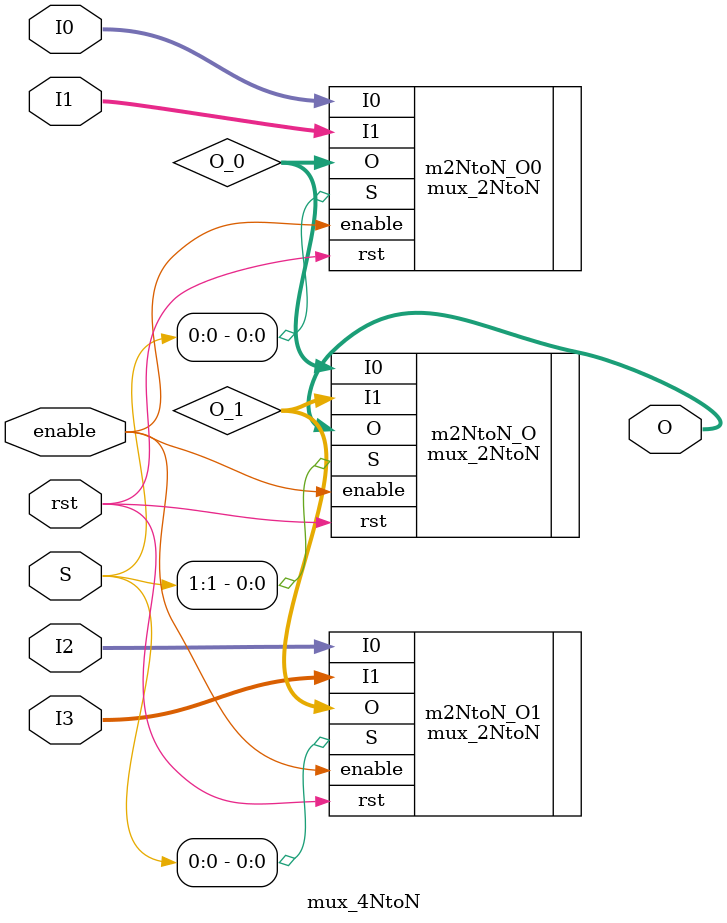
<source format=sv>
/*
MUX 4:1 parametrizable para N bits
16/03/24
*/
module mux_4NtoN # (parameter N = 24) (
		input  logic [N-1:0] I0,
		input  logic [N-1:0] I1,
		input  logic [N-1:0] I2,
		input  logic [N-1:0] I3,

		input  logic   [1:0]  S,
		input  logic 		rst,
		input  logic	 enable,

		output logic [N-1:0]  O
	);
	
	wire [N-1:0] O_0;
	wire [N-1:0] O_1;

	mux_2NtoN # (.N(N)) m2NtoN_O0 (.I0(I0),
								   .I1(I1),
								   .rst(rst),
								   .S(S[0]),
								   .enable(enable),
								   .O(O_0));

	mux_2NtoN # (.N(N)) m2NtoN_O1 (.I0(I2),
								   .I1(I3),
								   .rst(rst),
								   .S(S[0]),
							       .enable(enable),
								   .O(O_1));


	mux_2NtoN # (.N(N)) m2NtoN_O (.I0(O_0),
								  .I1(O_1),
								  .rst(rst),
								  .S(S[1]),
								  .enable(enable),
								  .O(O));
	
endmodule

</source>
